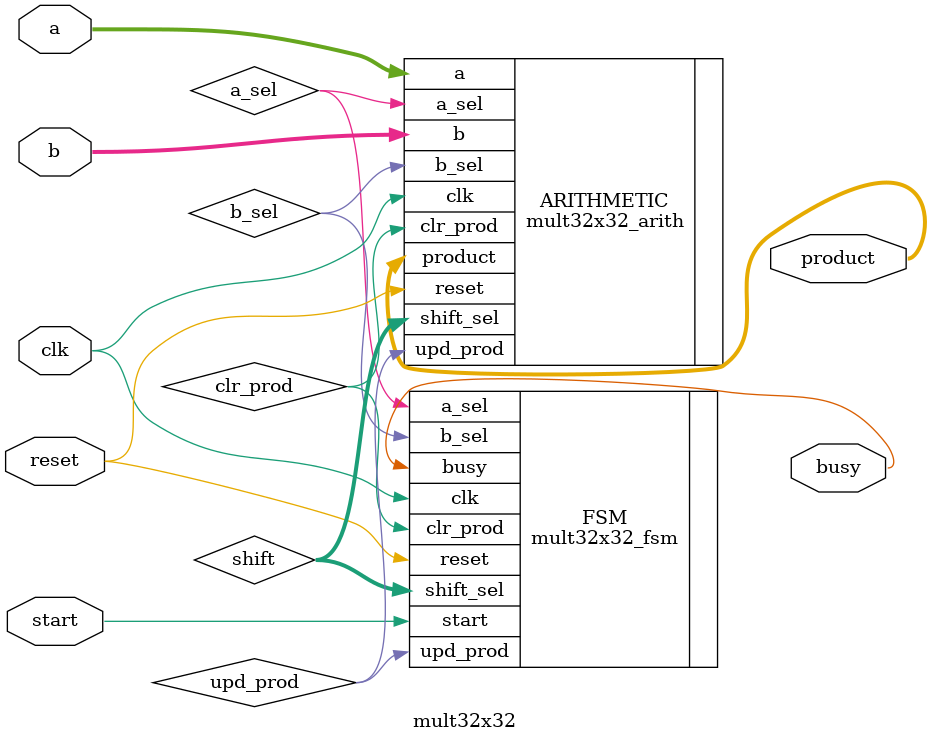
<source format=sv>
module mult32x32 (
    input logic clk,            // Clock
    input logic reset,          // Reset
    input logic start,          // Start signal
    input logic [31:0] a,       // Input a
    input logic [31:0] b,       // Input b
    output logic busy,          // Multiplier busy indication
    output logic [63:0] product // Miltiplication product
);
	// Put your code here
	// ------------------
	logic a_sel;
	logic b_sel;
	logic [1:0]shift;
	logic upd_prod;
	logic clr_prod;
	
	mult32x32_arith ARITHMETIC(
							.clk(clk),
							.reset(reset),
							.a(a),
							.b(b),
							.a_sel(a_sel),
							.b_sel(b_sel),
							.shift_sel(shift),
							.upd_prod(upd_prod),
							.clr_prod(clr_prod),
							.product(product)
							);
	
	mult32x32_fsm FSM(
					.clk(clk),
					.reset(reset),
					.start(start),
				    .busy(busy),
				    .a_sel(a_sel),
				    .b_sel(b_sel),
					.shift_sel(shift),
					.upd_prod(upd_prod),
					.clr_prod(clr_prod)
					);

	// End of your code
endmodule
</source>
